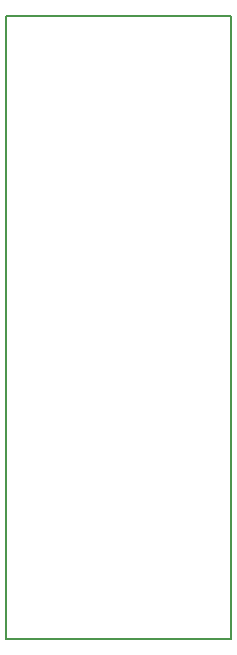
<source format=gbr>
G04 DipTrace 2.4.0.2*
%INBoardOutline.gbr*%
%MOMM*%
%ADD11C,0.14*%
%FSLAX53Y53*%
G04*
G71*
G90*
G75*
G01*
%LNBoardOutline*%
%LPD*%
X10000Y10000D2*
D11*
Y62710D1*
X29000D1*
Y10000D1*
X10000D1*
M02*

</source>
